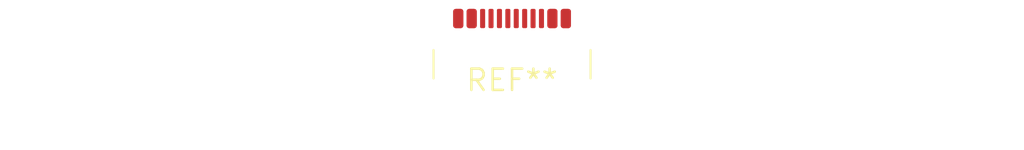
<source format=kicad_pcb>
(kicad_pcb (version 20240108) (generator pcbnew)
  (layers (0 "F.Cu" signal) (31 "B.Cu" signal) (34 "B.Paste" user) (35 "F.Paste" user) (36 "B.SilkS" user "B.Silkscreen") (37 "F.SilkS" user "F.Silkscreen") (38 "B.Mask" user) (39 "F.Mask" user) (44 "Edge.Cuts" user))
  (net 0 "")
  (footprint "USB_C_Receptacle_GCT_USB4105-xx-A_16P_TopMnt_Horizontal" (layer "F.Cu") (at 0 0)
    (property "Reference" "REF**")
    (property "Value" "USB_C_Receptacle_GCT_USB4105-xx-A_16P_TopMnt_Horizontal")
    (fp_line (start -4.67 -0.1) (end -4.67 -1.8) (layer "F.SilkS") (stroke (width 0.12)))
    (fp_line (start 4.67 -0.1) (end 4.67 -1.8) (layer "F.SilkS") (stroke (width 0.12)))
    (pad "" np_thru_hole circle (at -2.89 -2.605) (size 0.65 0.65) (drill 0.65) (layers F&B.Cu *.Mask))
    (pad "" np_thru_hole circle (at 2.89 -2.605) (size 0.65 0.65) (drill 0.65) (layers F&B.Cu *.Mask))
    (pad "A1" smd roundrect (at -3.2 -3.68) (size 0.6 1.15) (layers "F.Cu" "F.Paste" "F.Mask"))
    (pad "A4" smd roundrect (at -2.4 -3.68) (size 0.6 1.15) (layers "F.Cu" "F.Paste" "F.Mask"))
    (pad "A5" smd roundrect (at -1.25 -3.68) (size 0.3 1.15) (layers "F.Cu" "F.Paste" "F.Mask"))
    (pad "A6" smd roundrect (at -0.25 -3.68) (size 0.3 1.15) (layers "F.Cu" "F.Paste" "F.Mask"))
    (pad "A7" smd roundrect (at 0.25 -3.68) (size 0.3 1.15) (layers "F.Cu" "F.Paste" "F.Mask"))
    (pad "A8" smd roundrect (at 1.25 -3.68) (size 0.3 1.15) (layers "F.Cu" "F.Paste" "F.Mask"))
    (pad "A9" smd roundrect (at 2.4 -3.68) (size 0.6 1.15) (layers "F.Cu" "F.Paste" "F.Mask"))
    (pad "A12" smd roundrect (at 3.2 -3.68) (size 0.6 1.15) (layers "F.Cu" "F.Paste" "F.Mask"))
    (pad "B1" smd roundrect (at 3.2 -3.68) (size 0.6 1.15) (layers "F.Cu" "F.Paste" "F.Mask"))
    (pad "B4" smd roundrect (at 2.4 -3.68) (size 0.6 1.15) (layers "F.Cu" "F.Paste" "F.Mask"))
    (pad "B5" smd roundrect (at 1.75 -3.68) (size 0.3 1.15) (layers "F.Cu" "F.Paste" "F.Mask"))
    (pad "B6" smd roundrect (at 0.75 -3.68) (size 0.3 1.15) (layers "F.Cu" "F.Paste" "F.Mask"))
    (pad "B7" smd roundrect (at -0.75 -3.68) (size 0.3 1.15) (layers "F.Cu" "F.Paste" "F.Mask"))
    (pad "B8" smd roundrect (at -1.75 -3.68) (size 0.3 1.15) (layers "F.Cu" "F.Paste" "F.Mask"))
    (pad "B9" smd roundrect (at -2.4 -3.68) (size 0.6 1.15) (layers "F.Cu" "F.Paste" "F.Mask"))
    (pad "B12" smd roundrect (at -3.2 -3.68) (size 0.6 1.15) (layers "F.Cu" "F.Paste" "F.Mask"))
    (pad "S1" thru_hole oval (at -4.32 -3.105) (size 1 2.1) (drill oval 0.6 1.7) (layers *.Cu *.Mask "F.Paste") (remove_unused_layers))
    (pad "S1" thru_hole oval (at -4.32 1.075) (size 1 1.8) (drill oval 0.6 1.4) (layers *.Cu *.Mask "F.Paste") (remove_unused_layers))
    (pad "S1" thru_hole oval (at 4.32 -3.105) (size 1 2.1) (drill oval 0.6 1.7) (layers *.Cu *.Mask "F.Paste") (remove_unused_layers))
    (pad "S1" thru_hole oval (at 4.32 1.075) (size 1 1.8) (drill oval 0.6 1.4) (layers *.Cu *.Mask "F.Paste") (remove_unused_layers))
  )
)
</source>
